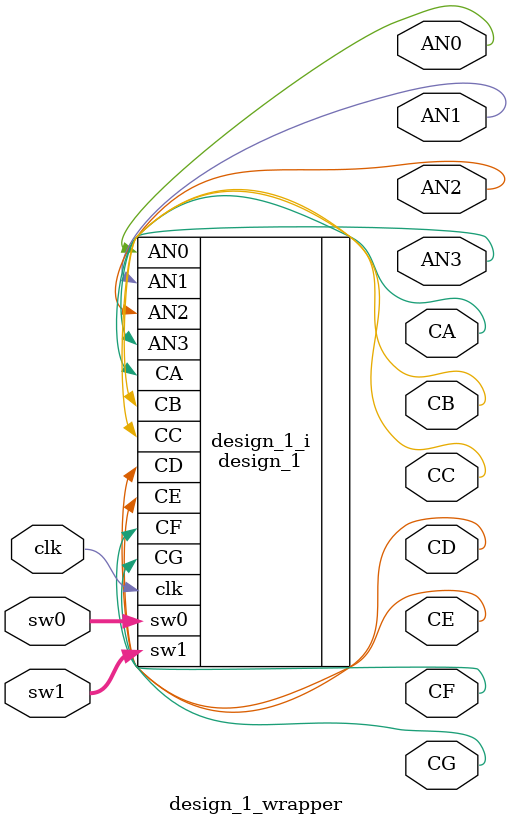
<source format=v>
`timescale 1 ps / 1 ps

module design_1_wrapper
   (AN0,
    AN1,
    AN2,
    AN3,
    CA,
    CB,
    CC,
    CD,
    CE,
    CF,
    CG,
    clk,
    sw0,
    sw1);
  output AN0;
  output AN1;
  output AN2;
  output AN3;
  output CA;
  output CB;
  output CC;
  output CD;
  output CE;
  output CF;
  output CG;
  input clk;
  input [3:0]sw0;
  input [7:4]sw1;

  wire AN0;
  wire AN1;
  wire AN2;
  wire AN3;
  wire CA;
  wire CB;
  wire CC;
  wire CD;
  wire CE;
  wire CF;
  wire CG;
  wire clk;
  wire [3:0]sw0;
  wire [7:4]sw1;

  design_1 design_1_i
       (.AN0(AN0),
        .AN1(AN1),
        .AN2(AN2),
        .AN3(AN3),
        .CA(CA),
        .CB(CB),
        .CC(CC),
        .CD(CD),
        .CE(CE),
        .CF(CF),
        .CG(CG),
        .clk(clk),
        .sw0(sw0),
        .sw1(sw1));
endmodule

</source>
